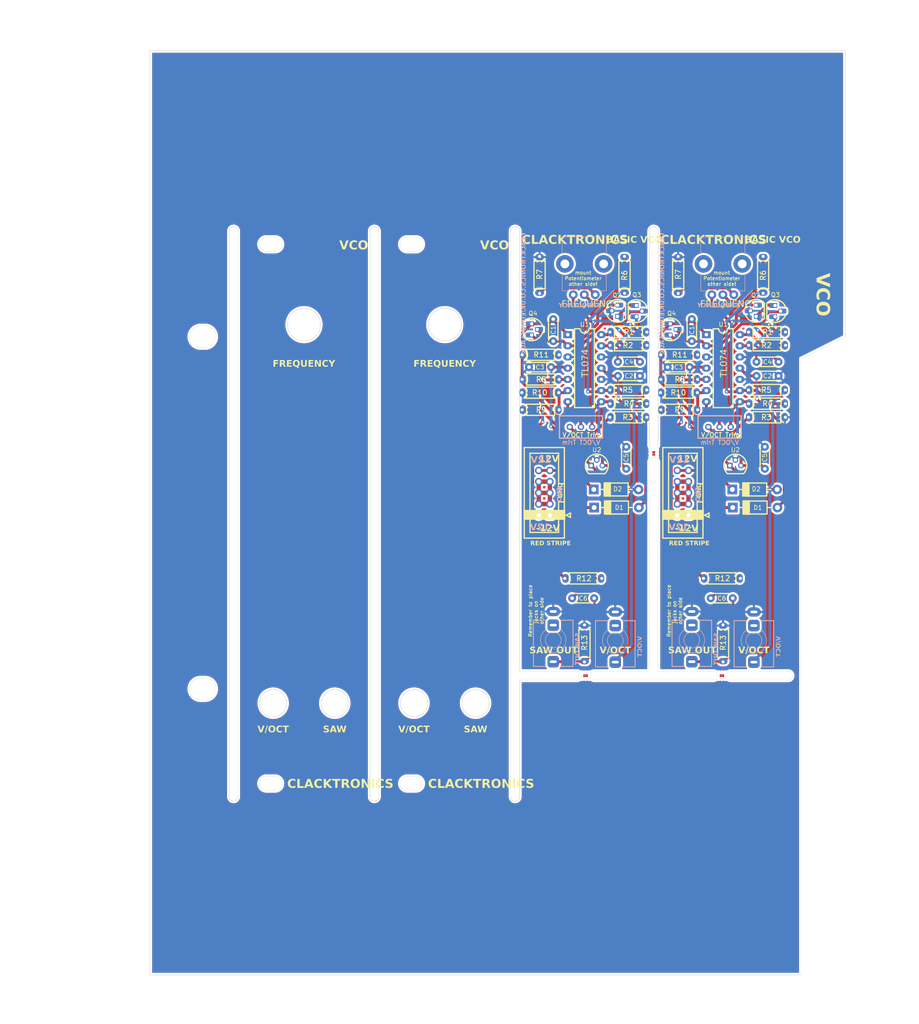
<source format=kicad_pcb>
(kicad_pcb (version 20221018) (generator pcbnew)
  (layers (0 "F.Cu" signal) (31 "B.Cu" signal) (34 "B.Paste" user) (35 "F.Paste" user) (36 "B.SilkS" user "B.Silkscreen") (37 "F.SilkS" user "F.Silkscreen") (38 "B.Mask" user) (39 "F.Mask" user) (44 "Edge.Cuts" user))
  (net 0 "")
  (net 1 "-12V")
  (net 2 "GND")
  (net 3 "+12V")
  (net 4 "Net-(D1-K)")
  (net 5 "Net-(D2-K)")
  (net 6 "Net-(Q3-C)")
  (net 7 "Net-(C4-Pad2)")
  (net 8 "+5V")
  (net 9 "Net-(J1-Pin_3)")
  (net 10 "Net-(C6-Pad1)")
  (net 11 "Net-(J3-PadT)")
  (net 12 "Net-(C6-Pad2)")
  (net 13 "Net-(U1B--)")
  (net 14 "Net-(Q2-E)")
  (net 15 "Net-(Q3-B)")
  (net 16 "Net-(R3-Pad2)")
  (net 17 "Net-(R4-Pad1)")
  (net 18 "Net-(U1C--)")
  (net 19 "Net-(R6-Pad1)")
  (net 20 "Net-(R7-Pad1)")
  (net 21 "Net-(R11-Pad1)")
  (net 22 "Net-(Q2-C)")
  (net 23 "Net-(Q4-D)")
  (net 24 "Net-(Q4-G)")
  (footprint "Clacktronics:R_Axial_DIN0204_L3.6mm_D1.6mm_P7.62mm_Horizontal" (layer "F.Cu") (at 238.5465 123.2)
    (fp_text reference "R4")
    (fp_text value "2k")
  )
  (footprint "Clacktronics:D_TH_DO-41_P10.16mm" (layer "F.Cu") (at 266.45 146.8)
    (fp_text reference "D1")
    (fp_text value "D")
  )
  (footprint "Clacktronics:C_TH_Disc_P5.00mm" (layer "F.Cu") (at 257.15 109 90)
    (fp_text reference "C1")
    (fp_text value "1u")
  )
  (footprint "Clacktronics:C_TH_Disc_P5.00mm" (layer "F.Cu") (at 271.85 113.7)
    (fp_text reference "C4")
    (fp_text value "100p")
  )
  (footprint "Clacktronics:R_Axial_DIN0204_L3.6mm_D1.6mm_P7.62mm_Horizontal" (layer "F.Cu") (at 228.2965 162.9)
    (fp_text reference "R12")
    (fp_text value "1k")
  )
  (footprint "Clacktronics:R_Axial_DIN0204_L3.6mm_D1.6mm_P7.62mm_Horizontal" (layer "F.Cu") (at 278.4035 120.1 180)
    (fp_text reference "R5")
    (fp_text value "100k")
  )
  (footprint "Package_TO_SOT_THT:TO-92_HandSolder" (layer "F.Cu") (at 240.25 103.37 90)
    (fp_text reference "Q2")
    (fp_text value "2N3904")
  )
  (footprint "Clacktronics:DIP-14_W7.62mm_LongPads" (layer "F.Cu") (at 260.45 107.525)
    (fp_text reference "U1")
    (fp_text value "TL074")
  )
  (footprint "Clacktronics:R_Axial_DIN0204_L3.6mm_D1.6mm_P7.62mm_Horizontal" (layer "F.Cu") (at 226.9035 120.7 180)
    (fp_text reference "R10")
    (fp_text value "100k")
  )
  (footprint "Clacktronics:C_TH_Disc_P5.00mm" (layer "F.Cu") (at 251.65 114.9)
    (fp_text reference "C3")
    (fp_text value "100n")
  )
  (footprint "Package_TO_SOT_THT:TO-92_HandSolder" (layer "F.Cu") (at 244.55 100.9 -90)
    (fp_text reference "Q3")
    (fp_text value "2N3904")
  )
  (footprint "Clacktronics:R_Axial_DIN0204_L3.6mm_D1.6mm_P7.62mm_Horizontal" (layer "F.Cu") (at 238.5465 106.95)
    (fp_text reference "R1")
    (fp_text value "10k")
  )
  (footprint "Clacktronics:R_Axial_DIN0204_L3.6mm_D1.6mm_P7.62mm_Horizontal" (layer "F.Cu") (at 218.5965 124.6)
    (fp_text reference "R9")
    (fp_text value "100k")
  )
  (footprint "Clacktronics:R_Axial_DIN0204_L3.6mm_D1.6mm_P7.62mm_Horizontal" (layer "F.Cu") (at 218.6 117.7)
    (fp_text reference "R8")
    (fp_text value "1M")
  )
  (footprint "Clacktronics:R_Axial_DIN0204_L3.6mm_D1.6mm_P7.62mm_Horizontal" (layer "F.Cu") (at 259.7965 162.9)
    (fp_text reference "R12")
    (fp_text value "1k")
  )
  (footprint "Panelization:mouse-bite-2mm-slot" (layer "F.Cu") (at 264 185)
    (fp_text reference "mouse-bite-2mm-slot" hide)
    (fp_text value "VAL**" hide)
  )
  (footprint "Clacktronics:R_Axial_DIN0204_L3.6mm_D1.6mm_P7.62mm_Horizontal" (layer "F.Cu") (at 232.75 181.8535 90)
    (fp_text reference "R13")
    (fp_text value "1M")
  )
  (footprint "Package_TO_SOT_THT:TO-92" (layer "F.Cu") (at 234.28 137.26)
    (fp_text reference "U2")
    (fp_text value "L7805")
  )
  (footprint "Clacktronics:R_Axial_DIN0204_L3.6mm_D1.6mm_P7.62mm_Horizontal" (layer "F.Cu") (at 250.1 117.7)
    (fp_text reference "R8")
    (fp_text value "1M")
  )
  (footprint "Panelization:mouse-bite-2mm-slot" (layer "F.Cu") (at 248.5 134.5 90)
    (fp_text reference "mouse-bite-2mm-slot" hide)
    (fp_text value "VAL**" hide)
  )
  (footprint "Package_TO_SOT_THT:TO-92L_HandSolder" (layer "F.Cu") (at 220.75 105.06 -90)
    (fp_text reference "Q4")
    (fp_text value "J113")
  )
  (footprint "Clacktronics:R_Axial_DIN0204_L3.6mm_D1.6mm_P7.62mm_Horizontal" (layer "F.Cu") (at 218.5965 112.1)
    (fp_text reference "R11")
    (fp_text value "20k")
  )
  (footprint "Clacktronics:R_Axial_DIN0204_L3.6mm_D1.6mm_P7.62mm_Horizontal" (layer "F.Cu") (at 250.0965 124.6)
    (fp_text reference "R9")
    (fp_text value "100k")
  )
  (footprint "Clacktronics:R_Axial_DIN0204_L3.6mm_D1.6mm_P7.62mm_Horizontal" (layer "F.Cu") (at 273.35 89.7465 -90)
    (fp_text reference "R6")
    (fp_text value "100k")
  )
  (footprint "Clacktronics:R_Axial_DIN0204_L3.6mm_D1.6mm_P7.62mm_Horizontal" (layer "F.Cu") (at 254.05 98.1535 90)
    (fp_text reference "R7")
    (fp_text value "2k")
  )
  (footprint "Clacktronics:R_Axial_DIN0204_L3.6mm_D1.6mm_P7.62mm_Horizontal" (layer "F.Cu") (at 278.4035 126.3 180)
    (fp_text reference "R3")
    (fp_text value "1M")
  )
  (footprint "Connector_IDC:IDC-Header_2x05_P2.54mm_Vertical" (layer "F.Cu") (at 224.89 148.54 180)
    (fp_text reference "J1" hide)
    (fp_text value "Conn_02x05_Odd_Even")
  )
  (footprint "Clacktronics:D_TH_DO-41_P10.16mm" (layer "F.Cu") (at 234.95 146.8)
    (fp_text reference "D1")
    (fp_text value "D")
  )
  (footprint "Clacktronics:D_TH_DO-41_P10.16mm" (layer "F.Cu") (at 266.37 142.7)
    (fp_text reference "D2")
    (fp_text value "D")
  )
  (footprint "Clacktronics:C_TH_Disc_P5.00mm" (layer "F.Cu") (at 229.95 167.4)
    (fp_text reference "C6")
    (fp_text value "1u")
  )
  (footprint "Package_TO_SOT_THT:TO-92" (layer "F.Cu") (at 265.78 137.26)
    (fp_text reference "U2")
    (fp_text value "L7805")
  )
  (footprint "Clacktronics:D_TH_DO-41_P10.16mm" (layer "F.Cu") (at 234.87 142.7)
    (fp_text reference "D2")
    (fp_text value "D")
  )
  (footprint "Clacktronics:C_TH_Disc_P5.00mm" (layer "F.Cu") (at 220.15 114.9)
    (fp_text reference "C3")
    (fp_text value "100n")
  )
  (footprint "Clacktronics:C_TH_Disc_P5.00mm" (layer "F.Cu") (at 225.65 109 90)
    (fp_text reference "C1")
    (fp_text value "1u")
  )
  (footprint "Clacktronics:C_TH_Disc_P5.00mm" (layer "F.Cu") (at 261.45 167.4)
    (fp_text reference "C6")
    (fp_text value "1u")
  )
  (footprint "Clacktronics:R_Axial_DIN0204_L3.6mm_D1.6mm_P7.62mm_Horizontal" (layer "F.Cu") (at 270.0465 106.95)
    (fp_text reference "R1")
    (fp_text value "10k")
  )
  (footprint "Clacktronics:R_Axial_DIN0204_L3.6mm_D1.6mm_P7.62mm_Horizontal" (layer "F.Cu") (at 246.95 109.95 180)
    (fp_text reference "R2")
    (fp_text value "1M")
  )
  (footprint "Package_TO_SOT_THT:TO-92_HandSolder" (layer "F.Cu") (at 271.75 103.37 90)
    (fp_text reference "Q2")
    (fp_text value "2N3904")
  )
  (footprint "Clacktronics:R_Axial_DIN0204_L3.6mm_D1.6mm_P7.62mm_Horizontal" (layer "F.Cu") (at 246.9035 126.3 180)
    (fp_text reference "R3")
    (fp_text value "1M")
  )
  (footprint "Clacktronics:C_TH_Disc_P5.00mm" (layer "F.Cu") (at 273.75 133 -90)
    (fp_text reference "C5")
    (fp_text value "100n")
  )
  (footprint "Clacktronics:R_Axial_DIN0204_L3.6mm_D1.6mm_P7.62mm_Horizontal" (layer "F.Cu") (at 270.0465 123.2)
    (fp_text reference "R4")
    (fp_text value "2k")
  )
  (footprint "Clacktronics:C_TH_Disc_P5.00mm" (layer "F.Cu") (at 240.35 113.7)
    (fp_text reference "C4")
    (fp_text value "100p")
  )
  (footprint "Package_TO_SOT_THT:TO-92L_HandSolder" (layer "F.Cu") (at 252.25 105.06 -90)
    (fp_text reference "Q4")
    (fp_text value "J113")
  )
  (footprint "Clacktronics:C_TH_Disc_P5.00mm" (layer "F.Cu") (at 271.85 116.9)
    (fp_text reference "C2")
    (fp_text value "100n")
  )
  (footprint "Panelization:mouse-bite-2mm-slot" (layer "F.Cu") (at 233 185)
    (fp_text reference "mouse-bite-2mm-slot" hide)
    (fp_text value "VAL**" hide)
  )
  (footprint "Clacktronics:R_Axial_DIN0204_L3.6mm_D1.6mm_P7.62mm_Horizontal" (layer "F.Cu") (at 246.9035 120.1 180)
    (fp_text reference "R5")
    (fp_text value "100k")
  )
  (footprint "Clacktronics:R_Axial_DIN0204_L3.6mm_D1.6mm_P7.62mm_Horizontal" (layer "F.Cu") (at 278.45 109.95 180)
    (fp_text reference "R2")
    (fp_text value "1M")
  )
  (footprint "Connector_IDC:IDC-Header_2x05_P2.54mm_Vertical" (layer "F.Cu") (at 256.39 148.54 180)
    (fp_text reference "J1" hide)
    (fp_text value "Conn_02x05_Odd_Even")
  )
  (footprint "Clacktronics:C_TH_Disc_P5.00mm" (layer "F.Cu") (at 240.35 116.9)
    (fp_text reference "C2")
    (fp_text value "100n")
  )
  (footprint "Package_TO_SOT_THT:TO-92_HandSolder" (layer "F.Cu") (at 276.05 100.9 -90)
    (fp_text reference "Q3")
    (fp_text value "2N3904")
  )
  (footprint "Clacktronics:R_Axial_DIN0204_L3.6mm_D1.6mm_P7.62mm_Horizontal" (layer "F.Cu") (at 241.85 89.7465 -90)
    (fp_text reference "R6")
    (fp_text value "100k")
  )
  (footprint "Clacktronics:R_Axial_DIN0204_L3.6mm_D1.6mm_P7.62mm_Horizontal" (layer "F.Cu") (at 222.55 98.1535 90)
    (fp_text reference "R7")
    (fp_text value "2k")
  )
  (footprint "Clacktronics:R_Axial_DIN0204_L3.6mm_D1.6mm_P7.62mm_Horizontal" (layer "F.Cu") (at 250.0965 112.1)
    (fp_text reference "R11")
    (fp_text value "20k")
  )
  (footprint "Clacktronics:C_TH_Disc_P5.00mm" (layer "F.Cu") (at 242.25 133 -90)
    (fp_text reference "C5")
    (fp_text value "100n")
  )
  (footprint "Clacktronics:R_Axial_DIN0204_L3.6mm_D1.6mm_P7.62mm_Horizontal" (layer "F.Cu") (at 264.25 181.8535 90)
    (fp_text reference "R13")
    (fp_text value "1M")
  )
  (footprint "Clacktronics:DIP-14_W7.62mm_LongPads" (layer "F.Cu") (at 228.95 107.525)
    (fp_text reference "U1")
    (fp_text value "TL074")
  )
  (footprint "Clacktronics:R_Axial_DIN0204_L3.6mm_D1.6mm_P7.62mm_Horizontal" (layer "F.Cu") (at 258.4035 120.7 180)
    (fp_text reference "R10")
    (fp_text value "100k")
  )
  (footprint "Clacktronics:POT_TH_Alps_RK09K_Single_Vertical" (layer "B.Cu") (at 232.7 90.95 180)
    (fp_text reference "RV2" hide)
    (fp_text value "10k")
  )
  (footprint "AudioJacks:Jack_3.5mm_QingPu_WQP-PJ366ST_Vertical" (layer "B.Cu") (at 271.25 177)
    (fp_text reference "J3" hide)
    (fp_text value "V/OCT")
  )
  (footprint "Clacktronics:POT_TH_Alps_RK09K_Single_Vertical" (layer "B.Cu") (at 264.2 90.95 180)
    (fp_text reference "RV2" hide)
    (fp_text value "10k")
  )
  (footprint "Potentiometer_THT:Potentiometer_Bourns_3296W_Vertical" (layer "B.Cu") (at 265.99 128.5)
    (fp_text reference "RV1" hide)
    (fp_text value "100Ω")
  )
  (footprint "Potentiometer_THT:Potentiometer_Bourns_3296W_Vertical" (layer "B.Cu") (at 234.49 128.5)
    (fp_text reference "RV1" hide)
    (fp_text value "100Ω")
  )
  (footprint "AudioJacks:Jack_3.5mm_QingPu_WQP-PJ366ST_Vertical" (layer "B.Cu") (at 257.15 176.9)
    (fp_text reference "J2" hide)
    (fp_text value "SAW OUT")
  )
  (footprint "AudioJacks:Jack_3.5mm_QingPu_WQP-PJ366ST_Vertical" (layer "B.Cu") (at 239.75 177)
    (fp_text reference "J3" hide)
    (fp_text value "V/OCT")
  )
  (footprint "AudioJacks:Jack_3.5mm_QingPu_WQP-PJ366ST_Vertical" (layer "B.Cu") (at 225.65 176.9)
    (fp_text reference "J2" hide)
    (fp_text value "SAW OUT")
  )
  (gr_rect (start 218.8875 147.335) (end 228.3875 149.585) (fill solid) (layer "F.SilkS"))
  (gr_rect (start 250.3875 147.335) (end 259.8875 149.585) (fill solid) (layer "F.SilkS"))
  (gr_line (start 247.5 136.5) (end 247.5 184) (stroke (width 0.05)) (layer "Edge.Cuts"))
  (gr_arc (start 247.5 136.5) (mid 248.5 135.5) (end 249.5 136.5) (stroke (width 0.05)) (layer "Edge.Cuts"))
  (gr_line (start 282 43) (end 292 43) (stroke (width 0.1)) (layer "Edge.Cuts"))
  (gr_arc (start 162.45 207.9) (mid 164.05 209.5) (end 162.45 211.1) (stroke (width 0.05)) (layer "Edge.Cuts"))
  (gr_line (start 160.45 88.6) (end 162.45 88.6) (stroke (width 0.05)) (layer "Edge.Cuts"))
  (gr_circle (center 208 191.25) (end 211.1 191.25) (stroke (width 0.1)) (fill none) (layer "Edge.Cuts"))
  (gr_arc (start 218 212.5) (mid 217 213.5) (end 216 212.5) (stroke (width 0.1)) (layer "Edge.Cuts"))
  (gr_line (start 218 186) (end 218 212.5) (stroke (width 0.1)) (layer "Edge.Cuts"))
  (gr_arc (start 235 186) (mid 234 185) (end 235 184) (stroke (width 0.05)) (layer "Edge.Cuts"))
  (gr_line (start 145.5 190.5) (end 146.5 190.5) (stroke (width 0.05)) (layer "Edge.Cuts"))
  (gr_line (start 154 212.5) (end 154 84) (stroke (width 0.05)) (layer "Edge.Cuts"))
  (gr_line (start 162.45 85.4) (end 160.45 85.4) (stroke (width 0.05)) (layer "Edge.Cuts"))
  (gr_arc (start 146.5 105.5) (mid 149 108) (end 146.5 110.5) (stroke (width 0.05)) (layer "Edge.Cuts"))
  (gr_arc (start 247.5 84) (mid 248.5 83) (end 249.5 84) (stroke (width 0.1)) (layer "Edge.Cuts"))
  (gr_arc (start 262 184) (mid 263 185) (end 262 186) (stroke (width 0.05)) (layer "Edge.Cuts"))
  (gr_arc (start 145.5 190.5) (mid 143 188) (end 145.5 185.5) (stroke (width 0.05)) (layer "Edge.Cuts"))
  (gr_line (start 194.45 207.9) (end 192.45 207.9) (stroke (width 0.05)) (layer "Edge.Cuts"))
  (gr_arc (start 145.5 110.5) (mid 143 108) (end 145.5 105.5) (stroke (width 0.05)) (layer "Edge.Cuts"))
  (gr_arc (start 154 212.5) (mid 153 213.5) (end 152 212.5) (stroke (width 0.1)) (layer "Edge.Cuts"))
  (gr_line (start 266 184) (end 279 184) (stroke (width 0.05)) (layer "Edge.Cuts"))
  (gr_arc (start 249.5 132.5) (mid 248.5 133.5) (end 247.5 132.5) (stroke (width 0.05)) (layer "Edge.Cuts"))
  (gr_line (start 162.45 207.9) (end 160.45 207.9) (stroke (width 0.05)) (layer "Edge.Cuts"))
  (gr_line (start 145.5 185.5) (end 146.5 185.5) (stroke (width 0.05)) (layer "Edge.Cuts"))
  (gr_circle (center 169 105.25) (end 172.75 105.25) (stroke (width 0.1)) (fill none) (layer "Edge.Cuts"))
  (gr_line (start 134 43) (end 134 253) (stroke (width 0.1)) (layer "Edge.Cuts"))
  (gr_arc (start 186 212.5) (mid 185 213.5) (end 184 212.5) (stroke (width 0.1)) (layer "Edge.Cuts"))
  (gr_arc (start 160.45 88.6) (mid 158.85 87) (end 160.45 85.4) (stroke (width 0.05)) (layer "Edge.Cuts"))
  (gr_line (start 192.45 88.6) (end 194.45 88.6) (stroke (width 0.05)) (layer "Edge.Cuts"))
  (gr_arc (start 231 184) (mid 232 185) (end 231 186) (stroke (width 0.05)) (layer "Edge.Cuts"))
  (gr_line (start 231 186) (end 218 186) (stroke (width 0.05)) (layer "Edge.Cuts"))
  (gr_arc (start 194.45 207.9) (mid 196.05 209.5) (end 194.45 211.1) (stroke (width 0.05)) (layer "Edge.Cuts"))
  (gr_line (start 216 84) (end 216 212.5) (stroke (width 0.05)) (layer "Edge.Cuts"))
  (gr_line (start 152 212.5) (end 152 84) (stroke (width 0.1)) (layer "Edge.Cuts"))
  (gr_line (start 247.5 132.5) (end 247.5 84) (stroke (width 0.1)) (layer "Edge.Cuts"))
  (gr_arc (start 279 184) (mid 280 185) (end 279 186) (stroke (width 0.05)) (layer "Edge.Cuts"))
  (gr_line (start 192.45 211.1) (end 194.45 211.1) (stroke (width 0.05)) (layer "Edge.Cuts"))
  (gr_line (start 145.5 105.5) (end 146.5 105.5) (stroke (width 0.05)) (layer "Edge.Cuts"))
  (gr_circle (center 162 191.25) (end 165.1 191.25) (stroke (width 0.1)) (fill none) (layer "Edge.Cuts"))
  (gr_arc (start 192.45 211.1) (mid 190.85 209.5) (end 192.45 207.9) (stroke (width 0.05)) (layer "Edge.Cuts"))
  (gr_arc (start 146.5 185.5) (mid 149 188) (end 146.5 190.5) (stroke (width 0.05)) (layer "Edge.Cuts"))
  (gr_line (start 186 212.5) (end 186 84) (stroke (width 0.05)) (layer "Edge.Cuts"))
  (gr_line (start 235 186) (end 262 186) (stroke (width 0.05)) (layer "Edge.Cuts"))
  (gr_circle (center 201 105.25) (end 204.75 105.25) (stroke (width 0.1)) (fill none) (layer "Edge.Cuts"))
  (gr_line (start 235 184) (end 247.5 184) (stroke (width 0.05)) (layer "Edge.Cuts"))
  (gr_arc (start 216 84) (mid 217 83) (end 218 84) (stroke (width 0.1)) (layer "Edge.Cuts"))
  (gr_arc (start 266 186) (mid 265 185) (end 266 184) (stroke (width 0.05)) (layer "Edge.Cuts"))
  (gr_line (start 184 212.5) (end 184 84) (stroke (width 0.1)) (layer "Edge.Cuts"))
  (gr_line (start 145.5 110.5) (end 146.5 110.5) (stroke (width 0.05)) (layer "Edge.Cuts"))
  (gr_line (start 292 43) (end 292 108) (stroke (width 0.1)) (layer "Edge.Cuts"))
  (gr_line (start 249.5 84) (end 249.5 132.5) (stroke (width 0.1)) (layer "Edge.Cuts"))
  (gr_arc (start 184 84) (mid 185 83) (end 186 84) (stroke (width 0.1)) (layer "Edge.Cuts"))
  (gr_line (start 279 186) (end 266 186) (stroke (width 0.05)) (layer "Edge.Cuts"))
  (gr_line (start 134 253) (end 282 253) (stroke (width 0.1)) (layer "Edge.Cuts"))
  (gr_line (start 249.5 136.5) (end 249.5 184) (stroke (width 0.05)) (layer "Edge.Cuts"))
  (gr_line (start 218 84) (end 218 184) (stroke (width 0.1)) (layer "Edge.Cuts"))
  (gr_line (start 194.45 85.4) (end 192.45 85.4) (stroke (width 0.05)) (layer "Edge.Cuts"))
  (gr_line (start 282 113) (end 292 108) (stroke (width 0.05)) (layer "Edge.Cuts"))
  (gr_arc (start 152 84) (mid 153 83) (end 154 84) (stroke (width 0.1)) (layer "Edge.Cuts"))
  (gr_line (start 160.45 211.1) (end 162.45 211.1) (stroke (width 0.05)) (layer "Edge.Cuts"))
  (gr_line (start 282 253) (end 282 113) (stroke (width 0.05)) (layer "Edge.Cuts"))
  (gr_arc (start 162.45 85.4) (mid 164.05 87) (end 162.45 88.6) (stroke (width 0.05)) (layer "Edge.Cuts"))
  (gr_line (start 262 184) (end 249.5 184) (stroke (width 0.05)) (layer "Edge.Cuts"))
  (gr_circle (center 176 191.25) (end 179.1 191.25) (stroke (width 0.1)) (fill none) (layer "Edge.Cuts"))
  (gr_arc (start 194.45 85.4) (mid 196.05 87) (end 194.45 88.6) (stroke (width 0.05)) (layer "Edge.Cuts"))
  (gr_line (start 282 43) (end 134 43) (stroke (width 0.1)) (layer "Edge.Cuts"))
  (gr_line (start 218 184) (end 231 184) (stroke (width 0.05)) (layer "Edge.Cuts"))
  (gr_arc (start 160.45 211.1) (mid 158.85 209.5) (end 160.45 207.9) (stroke (width 0.05)) (layer "Edge.Cuts"))
  (gr_circle (center 194 191.25) (end 197.1 191.25) (stroke (width 0.1)) (fill none) (layer "Edge.Cuts"))
  (gr_arc (start 192.45 88.6) (mid 190.85 87) (end 192.45 85.4) (stroke (width 0.05)) (layer "Edge.Cuts"))
  (gr_text "FREQUENCY" (at 267.85 101.5) (layer "B.SilkS") (effects (font (size 1 1)) (justify left bottom mirror)))
  (gr_text "12V" (at 225.05 136.9) (layer "B.SilkS") (effects (font (size 1.5 1.5)) (justify left bottom mirror)))
  (gr_text "GND" (at 259.15 142 90) (layer "B.SilkS") (effects (font (size 1 1)) (justify left bottom mirror)))
  (gr_text "SAW OUT" (at 263.3 175.25 90) (layer "B.SilkS") (effects (font (size 1 1)) (justify left bottom mirror)))
  (gr_text "-12V\n" (at 257.25 152.2) (layer "B.SilkS") (effects (font (size 1.5 1.5)) (justify left bottom mirror)))
  (gr_text "V/OCT Trim" (at 267.95 132.6) (layer "B.SilkS") (effects (font (size 1 1) (thickness 0.2) bold) (justify left bottom mirror)))
  (gr_text "FREQUENCY" (at 236.35 101.5) (layer "B.SilkS") (effects (font (size 1 1)) (justify left bottom mirror)))
  (gr_text "CLACKTRONICS.CO.UK/EUROCLACK" (at 251.05 84.4 90) (layer "B.SilkS") (effects (font (size 1 1)) (justify left bottom mirror)))
  (gr_text "12V" (at 256.55 136.9) (layer "B.SilkS") (effects (font (size 1.5 1.5)) (justify left bottom mirror)))
  (gr_text "V/OCT" (at 245.95 176 90) (layer "B.SilkS") (effects (font (size 1 1)) (justify left bottom mirror)))
  (gr_text "GND" (at 227.65 142 90) (layer "B.SilkS") (effects (font (size 1 1)) (justify left bottom mirror)))
  (gr_text "-12V\n" (at 225.75 152.2) (layer "B.SilkS") (effects (font (size 1.5 1.5)) (justify left bottom mirror)))
  (gr_text "V/OCT Trim" (at 236.45 132.6) (layer "B.SilkS") (effects (font (size 1 1) (thickness 0.2) bold) (justify left bottom mirror)))
  (gr_text "V/OCT" (at 277.45 176 90) (layer "B.SilkS") (effects (font (size 1 1)) (justify left bottom mirror)))
  (gr_text "SAW OUT" (at 231.8 175.25 90) (layer "B.SilkS") (effects (font (size 1 1)) (justify left bottom mirror)))
  (gr_text "CLACKTRONICS.CO.UK/EUROCLACK" (at 219.55 84.4 90) (layer "B.SilkS") (effects (font (size 1 1)) (justify left bottom mirror)))
  (gr_text "FREQUENCY" (at 259.05 101.5) (layer "F.SilkS") (effects (font (size 1.5 1.5)) (justify left bottom)))
  (gr_text "TL074" (at 265.35 117.25 90) (layer "F.SilkS") (effects (font (size 1.5 1.5)) (justify left bottom)))
  (gr_text "GND" (at 259.39 144.64 90) (layer "F.SilkS") (effects (font (size 1 1)) (justify left bottom)))
  (gr_text "V/OCT" (at 194 197.25) (layer "F.SilkS") (effects (font (size 1.5 1.5))))
  (gr_text "mount\nPotentiometer\nother side!" (at 232.45 96.5) (layer "F.SilkS") (effects (font (size 0.8 0.8)) (justify bottom)))
  (gr_text "mount\nPotentiometer\nother side!" (at 263.95 96.5) (layer "F.SilkS") (effects (font (size 0.8 0.8)) (justify bottom)))
  (gr_text "RED STRIPE" (at 251.94 155.54) (layer "F.SilkS") (effects (font (size 1 1)) (justify left bottom)))
  (gr_text "VCO" (at 209 88.5) (layer "F.SilkS") (effects (font (size 2 2)) (justify left bottom)))
  (gr_text "CLACKTRONICS" (at 218.5 87.25) (layer "F.SilkS") (effects (font (size 2 2)) (justify left bottom)))
  (gr_text "SAW" (at 208 197.25) (layer "F.SilkS") (effects (font (size 1.5 1.5))))
  (gr_text "12V" (at 253.89 136.69) (layer "F.SilkS") (effects (font (size 1.5 1.5)) (justify left bottom)))
  (gr_text "V/OCT" (at 271.25 179.3) (layer "F.SilkS") (effects (font (size 1.5 1.5))))
  (gr_text "RED STRIPE" (at 220.44 155.54) (layer "F.SilkS") (effects (font (size 1 1)) (justify left bottom)))
  (gr_text "SAW OUT" (at 257.25 179.3) (layer "F.SilkS") (effects (font (size 1.5 1.5))))
  (gr_text "V/OCT" (at 162 197.25) (layer "F.SilkS") (effects (font (size 1.5 1.5))))
  (gr_text "12V" (at 222.39 136.69) (layer "F.SilkS") (effects (font (size 1.5 1.5)) (justify left bottom)))
  (gr_text "CLACKTRONICS" (at 250 87.25) (layer "F.SilkS") (effects (font (size 2 2)) (justify left bottom)))
  (gr_text "VCO" (at 285 93.5 270) (layer "F.SilkS") (effects (font (size 3 3) (thickness 0.2) bold) (justify left bottom)))
  (gr_text "BASIC VCO" (at 269.15 86.9) (layer "F.SilkS") (effects (font (size 1.5 1.5)) (justify left bottom)))
  (gr_text "V/OCT Trim" (at 227.65 130.9) (layer "F.SilkS") (effects (font (size 1 1) (thickness 0.2) bold) (justify left bottom)))
  (gr_text "V/OCT" (at 239.75 179.3) (layer "F.SilkS") (effects (font (size 1.5 1.5))))
  (gr_text "FREQUENCY" (at 168.99 114.19) (layer "F.SilkS") (effects (font (size 1.5 1.5))))
  (gr_text "-12V\n" (at 221.74 152.44) (layer "F.SilkS") (effects (font (size 1.5 1.5)) (justify left bottom)))
  (gr_text "BASIC VCO" (at 237.65 86.9) (layer "F.SilkS") (effects (font (size 1.5 1.5)) (justify left bottom)))
  (gr_text "V/OCT Trim" (at 259.15 130.9) (layer "F.SilkS") (effects (font (size 1 1) (thickness 0.2) bold) (justify left bottom)))
  (gr_text "FREQUENCY" (at 227.55 101.5) (layer "F.SilkS") (effects (font (size 1.5 1.5)) (justify left bottom)))
  (gr_text "VCO" (at 177 88.5) (layer "F.SilkS") (effects (font (size 2 2)) (justify left bottom)))
  (gr_text "Remember to place\njacks on \nother side" (at 255 170.25 90) (layer "F.SilkS") (effects (font (size 0.8 0.8)) (justify bottom)))
  (gr_text "SAW" (at 176 197.25) (layer "F.SilkS") (effects (font (size 1.5 1.5))))
  (gr_text "GND" (at 227.89 144.64 90) (layer "F.SilkS") (effects (font (size 1 1)) (justify left bottom)))
  (gr_text "TL074" (at 233.85 117.25 90) (layer "F.SilkS") (effects (font (size 1.5 1.5)) (justify left bottom)))
  (gr_text "SAW OUT" (at 225.75 179.3) (layer "F.SilkS") (effects (font (size 1.5 1.5))))
  (gr_text "CLACKTRONICS" (at 165.18 210.83) (layer "F.SilkS") (effects (font (size 2 2) (thickness 0.2) bold) (justify left bottom)))
  (gr_text "FREQUENCY" (at 200.99 114.19) (layer "F.SilkS") (effects (font (size 1.5 1.5))))
  (gr_text "-12V\n" (at 253.24 152.44) (layer "F.SilkS") (effects (font (size 1.5 1.5)) (justify left bottom)))
  (gr_text "Remember to place\njacks on \nother side" (at 223.5 170.25 90) (layer "F.SilkS") (effects (font (size 0.8 0.8)) (justify bottom)))
  (gr_text "CLACKTRONICS" (at 197.18 210.83) (layer "F.SilkS") (effects (font (size 2 2) (thickness 0.2) bold) (justify left bottom)))
  (segment (start 233.05 101.4) (end 232.35 101.4) (width 0.66) (layer "F.Cu") (net 0))
  (segment (start 264.55 101.4) (end 263.85 101.4) (width 0.66) (layer "F.Cu") (net 0))
  (segment (start 263.85 101.4) (end 263.55 101.1) (width 0.66) (layer "F.Cu") (net 0))
  (segment (start 232.35 101.4) (end 232.05 101.1) (width 0.66) (layer "F.Cu") (net 0))
  (segment (start 240.35 116.9) (end 238.325 116.9) (width 0.66) (layer "F.Cu") (net 1))
  (segment (start 271.85 116.9) (end 269.825 116.9) (width 0.66) (layer "F.Cu") (net 1))
  (segment (start 246.66 128.41) (end 240.45 122.2) (width 0.66) (layer "F.Cu") (net 1))
  (segment (start 278.16 128.41) (end 271.95 122.2) (width 0.66) (layer "F.Cu") (net 1))
  (segment (start 276.61 146.8) (end 278.16 145.25) (width 0.66) (layer "F.Cu") (net 1))
  (segment (start 269.825 116.9) (end 268.07 115.145) (width 0.66) (layer "F.Cu") (net 1))
  (segment (start 245.11 146.8) (end 246.66 145.25) (width 0.66) (layer "F.Cu") (net 1))
  (segment (start 246.66 145.25) (end 246.66 128.41) (width 0.66) (layer "F.Cu") (net 1))
  (segment (start 238.325 116.9) (end 236.57 115.145) (width 0.66) (layer "F.Cu") (net 1))
  (segment (start 278.16 145.25) (end 278.16 128.41) (width 0.66) (layer "F.Cu") (net 1))
  (via (at 271.95 122.2) (size 0.8) (drill 0.4) (layers "F.Cu" "B.Cu") (net 1))
  (via (at 240.45 122.2) (size 0.8) (drill 0.4) (layers "F.Cu" "B.Cu") (net 1))
  (segment (start 271.95 117) (end 271.85 116.9) (width 0.66) (layer "B.Cu") (net 1))
  (segment (start 240.45 117) (end 240.35 116.9) (width 0.66) (layer "B.Cu") (net 1))
  (segment (start 240.45 122.2) (end 240.45 117) (width 0.66) (layer "B.Cu") (net 1))
  (segment (start 271.95 122.2) (end 271.95 117) (width 0.66) (layer "B.Cu") (net 1))
  (segment (start 228.705 114.9) (end 228.95 115.145) (width 0.66) (layer "F.Cu") (net 3))
  (segment (start 225.15 114.9) (end 228.705 114.9) (width 0.66) (layer "F.Cu") (net 3))
  (segment (start 225.42 128.4) (end 225.15 128.4) (width 0.66) (layer "F.Cu") (net 3))
  (segment (start 265.78 137.26) (end 256.92 128.4) (width 0.66) (layer "F.Cu") (net 3))
  (segment (start 260.205 114.9) (end 260.45 115.145) (width 0.66) (layer "F.Cu") (net 3))
  (segment (start 256.65 114.9) (end 260.205 114.9) (width 0.66) (layer "F.Cu") (net 3))
  (segment (start 256.655 115.145) (end 256.65 115.15) (width 0.66) (layer "F.Cu") (net 3))
  (segment (start 276.53 142.7) (end 271.22 142.7) (width 0.66) (layer "F.Cu") (net 3))
  (segment (start 245.03 142.7) (end 239.72 142.7) (width 0.66) (layer "F.Cu") (net 3))
  (segment (start 234.28 137.26) (end 225.42 128.4) (width 0.66) (layer "F.Cu") (net 3))
  (segment (start 256.92 128.4) (end 256.65 128.4) (width 0.66) (layer "F.Cu") (net 3))
  (segment (start 239.72 142.7) (end 234.28 137.26) (width 0.66) (layer "F.Cu") (net 3))
  (segment (start 271.22 142.7) (end 265.78 137.26) (width 0.66) (layer "F.Cu") (net 3))
  (segment (start 225.155 115.145) (end 225.15 115.15) (width 0.66) (layer "F.Cu") (net 3))
  (via (at 256.65 128.4) (size 0.8) (drill 0.4) (layers "F.Cu" "B.Cu") (net 3))
  (via (at 225.15 128.4) (size 0.8) (drill 0.4) (layers "F.Cu" "B.Cu") (net 3))
  (segment (start 225.15 128.4) (end 225.15 115.15) (width 0.66) (layer "B.Cu") (net 3))
  (segment (start 256.65 128.4) (end 256.65 115.15) (width 0.66) (layer "B.Cu") (net 3))
  (segment (start 263.55 146.8) (end 261.81 148.54) (width 0.66) (layer "F.Cu") (net 4))
  (segment (start 261.81 148.54) (end 253.85 148.54) (width 0.66) (layer "F.Cu") (net 4))
  (segment (start 230.31 148.54) (end 222.35 148.54) (width 0.66) (layer "F.Cu") (net 4))
  (segment (start 234.95 146.8) (end 232.05 146.8) (width 0.66) (layer "F.Cu") (net 4))
  (segment (start 266.45 146.8) (end 263.55 146.8) (width 0.66) (layer "F.Cu") (net 4))
  (segment (start 232.05 146.8) (end 230.31 148.54) (width 0.66) (layer "F.Cu") (net 4))
  (segment (start 261.89 138.38) (end 253.85 138.38) (width 0.66) (layer "F.Cu") (net 5))
  (segment (start 230.47 138.3) (end 230.39 138.38) (width 0.66) (layer "F.Cu") (net 5))
  (segment (start 266.37 142.7) (end 261.97 138.3) (width 0.66) (layer "F.Cu") (net 5))
  (segment (start 234.87 142.7) (end 230.47 138.3) (width 0.66) (layer "F.Cu") (net 5))
  (segment (start 230.39 138.38) (end 222.35 138.38) (width 0.66) (layer "F.Cu") (net 5))
  (segment (start 261.97 138.3) (end 261.89 138.38) (width 0.66) (layer "F.Cu") (net 5))
  (segment (start 236.57 110.065) (end 238.453 110.065) (width 0.66) (layer "F.Cu") (net 6))
  (segment (start 271.85 111.732) (end 270.068 109.95) (width 0.66) (layer "F.Cu") (net 6))
  (segment (start 269.953 110.065) (end 270.068 109.95) (width 0.66) (layer "F.Cu") (net 6))
  (segment (start 268.07 110.065) (end 269.953 110.065) (width 0.66) (layer "F.Cu") (net 6))
  (segment (start 240.35 111.732) (end 238.568 109.95) (width 0.66) (layer "F.Cu") (net 6))
  (segment (start 271.85 113.7) (end 271.85 111.732) (width 0.66) (layer "F.Cu") (net 6))
  (segment (start 271.85 113.7) (end 271.705 113.7) (width 0.66) (layer "F.Cu") (net 6))
  (segment (start 240.35 113.7) (end 240.205 113.7) (width 0.66) (layer "F.Cu") (net 6))
  (segment (start 238.453 110.065) (end 238.568 109.95) (width 0.66) (layer "F.Cu") (net 6))
  (segment (start 240.35 113.7) (end 240.35 111.732) (width 0.66) (layer "F.Cu") (net 6))
  (segment (start 238.568 109.95) (end 239.928 109.95) (width 0.66) (layer "B.Cu") (net 6))
  (segment (start 239.928 109.95) (end 244.55 105.328) (width 0.66) (layer "B.Cu") (net 6))
  (segment (start 276.05 105.328) (end 276.05 103.44) (width 0.66) (layer "B.Cu") (net 6))
  (segment (start 244.55 105.328) (end 244.55 103.44) (width 0.66) (layer "B.Cu") (net 6))
  (segment (start 270.068 109.95) (end 271.428 109.95) (width 0.66) (layer "B.Cu") (net 6))
  (segment (start 271.428 109.95) (end 276.05 105.328) (width 0.66) (layer "B.Cu") (net 6))
  (segment (start 270.1 106.95) (end 270.0465 106.95) (width 0.66) (layer "F.Cu") (net 7))
  (segment (start 237.9715 107.525) (end 238.5465 106.95) (width 0.66) (layer "F.Cu") (net 7))
  (segment (start 245.35 113.7) (end 238.6 106.95) (width 0.66) (layer "F.Cu") (net 7))
  (segment (start 269.4715 107.525) (end 270.0465 106.95) (width 0.66) (layer "F.Cu") (net 7))
  (segment (start 238.6 106.95) (end 238.5465 106.95) (width 0.66) (layer "F.Cu") (net 7))
  (segment (start 268.07 107.525) (end 269.4715 107.525) (width 0.66) (layer "F.Cu") (net 7))
  (segment (start 276.85 113.7) (end 270.1 106.95) (width 0.66) (layer "F.Cu") (net 7))
  (segment (start 236.57 107.525) (end 237.9715 107.525) (width 0.66) (layer "F.Cu") (net 7))
  (segment (start 230.2 100.466224) (end 234.364853 104.631077) (width 0.66) (layer "F.Cu") (net 8))
  (segment (start 230.2 98.45) (end 230.2 100.466224) (width 0.66) (layer "F.Cu") (net 8))
  (segment (start 234.13 131.44) (end 234.71 131.44) (width 0.66) (layer "F.Cu") (net 8))
  (segment (start 268.32 134.13) (end 268.32 137.26) (width 0.66) (layer "F.Cu") (net 8))
  (segment (start 236.82 137.26) (end 241.51 137.26) (width 0.66) (layer "F.Cu") (net 8))
  (segment (start 261.7 100.466224) (end 265.864853 104.631077) (width 0.66) (layer "F.Cu") (net 8))
  (segment (start 261.176224 131.44) (end 265.63 131.44) (width 0.66) (layer "F.Cu") (net 8))
  (segment (start 261.7 98.45) (end 261.7 100.466224) (width 0.66) (layer "F.Cu") (net 8))
  (segment (start 265.864853 104.631077) (end 266.281077 104.631077) (width 0.66) (layer "F.Cu") (net 8))
  (segment (start 265.63 131.44) (end 266.21 131.44) (width 0.66) (layer "F.Cu") (net 8))
  (segment (start 241.51 137.26) (end 242.25 138) (width 0.66) (layer "F.Cu") (net 8))
  (segment (start 236.82 134.13) (end 236.82 137.26) (width 0.66) (layer "F.Cu") (net 8))
  (segment (start 254.336224 124.6) (end 250.0965 124.6) (width 0.66) (layer "F.Cu") (net 8))
  (segment (start 278.45 109.95) (end 275.6 109.95) (width 0.66) (layer "F.Cu") (net 8))
  (segment (start 244.1 109.95) (end 240.641035 106.491035) (width 0.66) (layer "F.Cu") (net 8))
  (segment (start 234.13 131.44) (end 236.82 134.13) (width 0.66) (layer "F.Cu") (net 8))
  (segment (start 266.21 131.44) (end 267.55 130.1) (width 0.66) (layer "F.Cu") (net 8))
  (segment (start 234.364853 104.631077) (end 234.781077 104.631077) (width 0.66) (layer "F.Cu") (net 8))
  (segment (start 222.836224 124.6) (end 218.5965 124.6) (width 0.66) (layer "F.Cu") (net 8))
  (segment (start 261.176224 131.44) (end 254.336224 124.6) (width 0.66) (layer "F.Cu") (net 8))
  (segment (start 229.676224 131.44) (end 222.836224 124.6) (width 0.66) (layer "F.Cu") (net 8))
  (segment (start 275.6 109.95) (end 272.141035 106.491035) (width 0.66) (layer "F.Cu") (net 8))
  (segment (start 229.676224 131.44) (end 234.13 131.44) (width 0.66) (layer "F.Cu") (net 8))
  (segment (start 268.32 137.26) (end 273.01 137.26) (width 0.66) (layer "F.Cu") (net 8))
  (segment (start 273.01 137.26) (end 273.75 138) (width 0.66) (layer "F.Cu") (net 8))
  (segment (start 246.95 109.95) (end 244.1 109.95) (width 0.66) (layer "F.Cu") (net 8))
  (segment (start 234.71 131.44) (end 236.05 130.1) (width 0.66) (layer "F.Cu") (net 8))
  (segment (start 265.63 131.44) (end 268.32 134.13) (width 0.66) (layer "F.Cu") (net 8))
  (via (at 240.641035 106.491035) (size 0.8) (drill 0.4) (layers "F.Cu" "B.Cu") (net 8))
  (via (at 266.281077 104.631077) (size 0.8) (drill 0.4) (layers "F.Cu" "B.Cu") (net 8))
  (via (at 267.55 130.1) (size 0.8) (drill 0.4) (layers "F.Cu" "B.Cu") (net 8))
  (via (at 236.05 130.1) (size 0.8) (drill 0.4) (layers "F.Cu" "B.Cu") (net 8))
  (via (at 272.141035 106.491035) (size 0.8) (drill 0.4) (layers "F.Cu" "B.Cu") (net 8))
  (via (at 234.781077 104.631077) (size 0.8) (drill 0.4) (layers "F.Cu" "B.Cu") (net 8))
  (segment (start 266.142965 122.918869) (end 266.142965 104.769189) (width 0.66) (layer "B.Cu") (net 8))
  (segment (start 266.142965 104.769189) (end 266.281077 104.631077) (width 0.66) (layer "B.Cu") (net 8))
  (segment (start 236.05 130.1) (end 236.05 124.325904) (width 0.66) (layer "B.Cu") (net 8))
  (segment (start 238.557035 104.407035) (end 235.005119 104.407035) (width 0.66) (layer "B.Cu") (net 8))
  (segment (start 236.05 124.325904) (end 234.642965 122.918869) (width 0.66) (layer "B.Cu") (net 8))
  (segment (start 235.005119 104.407035) (end 234.781077 104.631077) (width 0.66) (layer "B.Cu") (net 8))
  (segment (start 266.505119 104.407035) (end 266.281077 104.631077) (width 0.66) (layer "B.Cu") (net 8))
  (segment (start 270.057035 104.407035) (end 266.505119 104.407035) (width 0.66) (layer "B.Cu") (net 8))
  (segment (start 234.642965 122.918869) (end 234.642965 104.769189) (width 0.66) (layer "B.Cu") (net 8))
  (segment (start 267.55 130.1) (end 267.55 124.325904) (width 0.66) (layer "B.Cu") (net 8))
  (segment (start 234.642965 104.769189) (end 234.781077 104.631077) (width 0.66) (layer "B.Cu") (net 8))
  (segment (start 272.141035 106.491035) (end 270.057035 104.407035) (width 0.66) (layer "B.Cu") (net 8))
  (segment (start 240.641035 106.491035) (end 238.557035 104.407035) (width 0.66) (layer "B.Cu") (net 8))
  (segment (start 267.55 124.325904) (end 266.142965 122.918869) (width 0.66) (layer "B.Cu") (net 8))
  (segment (start 253.85 143.46) (end 253.85 146) (width 1) (layer "F.Cu") (net 9))
  (segment (start 222.35 146) (end 224.89 146) (width 1) (layer "F.Cu") (net 9))
  (segment (start 224.89 143.46) (end 222.35 143.46) (width 1) (layer "F.Cu") (net 9))
  (segment (start 253.85 146) (end 256.39 146) (width 1) (layer "F.Cu") (net 9))
  (segment (start 256.39 140.92) (end 256.39 143.46) (width 1) (layer "F.Cu") (net 9))
  (segment (start 222.35 143.46) (end 222.35 146) (width 1) (layer "F.Cu") (net 9))
  (segment (start 253.85 140.92) (end 256.39 140.92) (width 1) (layer "F.Cu") (net 9))
  (segment (start 256.39 143.46) (end 253.85 143.46) (width 1) (layer "F.Cu") (net 9))
  (segment (start 224.89 146) (end 224.89 143.46) (width 1) (layer "F.Cu") (net 9))
  (segment (start 222.35 140.92) (end 224.89 140.92) (width 1) (layer "F.Cu") (net 9))
  (segment (start 256.39 146) (end 256.39 143.46) (width 1) (layer "F.Cu") (net 9))
  (segment (start 253.85 143.46) (end 253.85 140.92) (width 1) (layer "F.Cu") (net 9))
  (segment (start 222.35 143.46) (end 222.35 140.92) (width 1) (layer "F.Cu") (net 9))
  (segment (start 224.89 140.92) (end 224.89 143.46) (width 1) (layer "F.Cu") (net 9))
  (segment (start 268.1785 162.9) (end 265.95 162.9) (width 0.66) (layer "F.Cu") (net 10))
  (segment (start 234.45 162.9) (end 229.95 167.4) (width 0.66) (layer "F.Cu") (net 10))
  (segment (start 236.6785 162.9) (end 234.45 162.9) (width 0.66) (layer "F.Cu") (net 10))
  (segment (start 265.95 162.9) (end 261.45 167.4) (width 0.66) (layer "F.Cu") (net 10))
  (segment (start 275.537415 141.387416) (end 274.9 142.024831) (width 0.66) (layer "B.Cu") (net 11))
  (segment (start 239.75 181.6) (end 239.75 181.92) (width 0.66) (layer "B.Cu") (net 11))
  (segment (start 246.9035 120.1) (end 244.037415 122.966085) (width 0.66) (layer "B.Cu") (net 11))
  (segment (start 243.4 142.024831) (end 243.4 177.85) (width 0.66) (layer "B.Cu") (net 11))
  (segment (start 274.95 177.9) (end 271.25 181.6) (width 0.66) (layer "B.Cu") (net 11))
  (segment (start 274.9 142.024831) (end 274.9 177.85) (width 0.66) (layer "B.Cu") (net 11))
  (segment (start 271.25 181.6) (end 271.25 181.92) (width 0.66) (layer "B.Cu") (net 11))
  (segment (start 243.4 177.85) (end 243.45 177.9) (width 0.66) (layer "B.Cu") (net 11))
  (segment (start 278.4035 120.1) (end 275.537415 122.966085) (width 0.66) (layer "B.Cu") (net 11))
  (segment (start 244.037415 122.966085) (end 244.037415 141.387416) (width 0.66) (layer "B.Cu") (net 11))
  (segment (start 274.9 177.85) (end 274.95 177.9) (width 0.66) (layer "B.Cu") (net 11))
  (segment (start 243.45 177.9) (end 239.75 181.6) (width 0.66) (layer "B.Cu") (net 11))
  (segment (start 275.537415 122.966085) (end 275.537415 141.387416) (width 0.66) (layer "B.Cu") (net 11))
  (segment (start 244.037415 141.387416) (end 243.4 142.024831) (width 0.66) (layer "B.Cu") (net 11))
  (segment (start 225.65 181.82) (end 232.7165 181.82) (width 0.66) (layer "F.Cu") (net 12))
  (segment (start 232.7165 181.82) (end 232.75 181.8535) (width 0.66) (layer "F.Cu") (net 12))
  (segment (start 266.45 167.4) (end 266.45 179.6535) (width 0.66) (layer "F.Cu") (net 12))
  (segment (start 234.95 167.4) (end 234.95 179.6535) (width 0.66) (layer "F.Cu") (net 12))
  (segment (start 264.2165 181.82) (end 264.25 181.8535) (width 0.66) (layer "F.Cu") (net 12))
  (segment (start 257.15 181.82) (end 264.2165 181.82) (width 0.66) (layer "F.Cu") (net 12))
  (segment (start 234.95 179.6535) (end 232.75 181.8535) (width 0.66) (layer "F.Cu") (net 12))
  (segment (start 266.45 179.6535) (end 264.25 181.8535) (width 0.66) (layer "F.Cu") (net 12))
  (segment (start 258.4785 120.775) (end 258.4035 120.7) (width 0.66) (layer "F.Cu") (net 13))
  (segment (start 228.475 120.7) (end 228.95 120.225) (width 0.66) (layer "F.Cu") (net 13))
  (segment (start 258.4785 123.7) (end 258.4785 120.775) (width 0.66) (layer "F.Cu") (net 13))
  (segment (start 226.9785 120.775) (end 226.9035 120.7) (width 0.66) (layer "F.Cu") (net 13))
  (segment (start 259.975 120.7) (end 260.45 120.225) (width 0.66) (layer "F.Cu") (net 13))
  (segment (start 226.9035 120.7) (end 228.475 120.7) (width 0.66) (layer "F.Cu") (net 13))
  (segment (start 258.4035 120.7) (end 259.975 120.7) (width 0.66) (layer "F.Cu") (net 13))
  (segment (start 226.9785 123.7) (end 226.9785 120.775) (width 0.66) (layer "F.Cu") (net 13))
  (segment (start 274.32 100.8) (end 275.95 100.8) (width 0.66) (layer "F.Cu") (net 14))
  (segment (start 278.4285 106.95) (end 276.4 106.95) (width 0.66) (layer "F.Cu") (net 14))
  (segment (start 242.82 100.8) (end 244.45 100.8) (width 0.66) (layer "F.Cu") (net 14))
  (segment (start 271.75 103.37) (end 274.32 100.8) (width 0.66) (layer "F.Cu") (net 14))
  (segment (start 244.9 106.95) (end 243.15 105.2) (width 0.66) (layer "F.Cu") (net 14))
  (segment (start 275.95 100.8) (end 276.05 100.9) (width 0.66) (layer "F.Cu") (net 14))
  (segment (start 244.45 100.8) (end 244.55 100.9) (width 0.66) (layer "F.Cu") (net 14))
  (segment (start 246.9285 106.95) (end 244.9 106.95) (width 0.66) (layer "F.Cu") (net 14))
  (segment (start 276.4 106.95) (end 274.65 105.2) (width 0.66) (layer "F.Cu") (net 14))
  (segment (start 240.25 103.37) (end 242.82 100.8) (width 0.66) (layer "F.Cu") (net 14))
  (via (at 243.15 105.2) (size 0.8) (drill 0.4) (layers "F.Cu" "B.Cu") (net 14))
  (via (at 274.65 105.2) (size 0.8) (drill 0.4) (layers "F.Cu" "B.Cu") (net 14))
  (segment (start 273.58 105.2) (end 271.75 103.37) (width 0.66) (layer "B.Cu") (net 14))
  (segment (start 243.15 105.2) (end 242.08 105.2) (width 0.66) (layer "B.Cu") (net 14))
  (segment (start 274.65 105.2) (end 273.58 105.2) (width 0.66) (layer "B.Cu") (net 14))
  (segment (start 242.08 105.2) (end 240.25 103.37) (width 0.66) (layer "B.Cu") (net 14))
  (segment (start 272.93 105.1) (end 268.414096 105.1) (width 0.66) (layer "F.Cu") (net 15))
  (segment (start 243.183938 102.36) (end 242.08 103.463938) (width 0.66) (layer "F.Cu") (net 15))
  (segment (start 231.91 128.5) (end 231.91 110.104096) (width 0.66) (layer "F.Cu") (net 15))
  (segment (start 277.32 102.17) (end 277.13 102.36) (width 0.66) (layer "F.Cu") (net 15))
  (segment (start 277.13 102.36) (end 274.683938 102.36) (width 0.66) (layer "F.Cu") (net 15))
  (segment (start 263.41 110.104096) (end 268.414096 105.1) (width 0.66) (layer "F.Cu") (net 15))
  (segment (start 263.41 128.5) (end 263.41 110.104096) (width 0.66) (layer "F.Cu") (net 15))
  (segment (start 242.08 104.45) (end 241.43 105.1) (width 0.66) (layer "F.Cu") (net 15))
  (segment (start 273.58 103.463938) (end 273.58 104.45) (width 0.66) (layer "F.Cu") (net 15))
  (segment (start 242.08 103.463938) (end 242.08 104.45) (width 0.66) (layer "F.Cu") (net 15))
  (segment (start 245.82 102.17) (end 245.63 102.36) (width 0.66) (layer "F.Cu") (net 15))
  (segment (start 231.91 110.104096) (end 236.914096 105.1) (width 0.66) (layer "F.Cu") (net 15))
  (segment (start 274.683938 102.36) (end 273.58 103.463938) (width 0.66) (layer "F.Cu") (net 15))
  (segment (start 241.43 105.1) (end 236.914096 105.1) (width 0.66) (layer "F.Cu") (net 15))
  (segment (start 245.63 102.36) (end 243.183938 102.36) (width 0.66) (layer "F.Cu") (net 15))
  (segment (start 273.58 104.45) (end 272.93 105.1) (width 0.66) (layer "F.Cu") (net 15))
  (segment (start 260.87 128.5) (end 262.12 129.75) (width 0.66) (layer "F.Cu") (net 16))
  (segment (start 230.62 129.75) (end 235.0715 129.75) (width 0.66) (layer "F.Cu") (net 16))
  (segment (start 229.37 128.5) (end 230.62 129.75) (width 0.66) (layer "F.Cu") (net 16))
  (segment (start 262.12 129.75) (end 266.5715 129.75) (width 0.66) (layer "F.Cu") (net 16))
  (segment (start 266.5715 129.75) (end 270.0215 126.3) (width 0.66) (layer "F.Cu") (net 16))
  (segment (start 235.0715 129.75) (end 238.5215 126.3) (width 0.66) (layer "F.Cu") (net 16))
  (segment (start 234.45 124.885) (end 236.57 122.765) (width 0.66) (layer "F.Cu") (net 17))
  (segment (start 265.95 124.885) (end 268.07 122.765) (width 0.66) (layer "F.Cu") (net 17))
  (segment (start 238.1115 122.765) (end 238.5465 123.2) (width 0.66) (layer "F.Cu") (net 17))
  (segment (start 236.57 122.765) (end 238.1115 122.765) (width 0.66) (layer "F.Cu") (net 17))
  (segment (start 234.45 128.5) (end 234.45 124.885) (width 0.66) (layer "F.Cu") (net 17))
  (segment (start 269.6115 122.765) (end 270.0465 123.2) (width 0.66) (layer "F.Cu") (net 17))
  (segment (start 265.95 128.5) (end 265.95 124.885) (width 0.66) (layer "F.Cu") (net 17))
  (segment (start 268.07 122.765) (end 269.6115 122.765) (width 0.66) (layer "F.Cu") (net 17))
  (segment (start 243.45 123.2) (end 246.9285 123.2) (width 0.66) (layer "F.Cu") (net 18))
  (segment (start 236.595 120.2) (end 236.57 120.225) (width 0.66) (layer "F.Cu") (net 18))
  (segment (start 271.95 120.2) (end 274.95 123.2) (width 0.66) (layer "F.Cu") (net 18))
  (segment (start 268.095 120.2) (end 268.07 120.225) (width 0.66) (layer "F.Cu") (net 18))
  (segment (start 265.05 120.5) (end 267.795 120.5) (width 0.66) (layer "F.Cu") (net 18))
  (segment (start 270.0215 120.2) (end 271.95 120.2) (width 0.66) (layer "F.Cu") (net 18))
  (segment (start 238.5215 120.2) (end 240.45 120.2) (width 0.66) (layer "F.Cu") (net 18))
  (segment (start 270.0215 120.2) (end 268.095 120.2) (width 0.66) (layer "F.Cu") (net 18))
  (segment (start 236.295 120.5) (end 236.57 120.225) (width 0.66) (layer "F.Cu") (net 18))
  (segment (start 274.95 123.2) (end 278.4285 123.2) (width 0.66) (layer "F.Cu") (net 18))
  (segment (start 233.55 120.5) (end 236.295 120.5) (width 0.66) (layer "F.Cu") (net 18))
  (segment (start 267.795 120.5) (end 268.07 120.225) (width 0.66) (layer "F.Cu") (net 18))
  (segment (start 240.45 120.2) (end 243.45 123.2) (width 0.66) (layer "F.Cu") (net 18))
  (segment (start 238.5215 120.2) (end 236.595 120.2) (width 0.66) (layer "F.Cu") (net 18))
  (via (at 233.55 120.5) (size 0.8) (drill 0.4) (layers "F.Cu" "B.Cu") (net 18))
  (via (at 265.05 120.5) (size 0.8) (drill 0.4) (layers "F.Cu" "B.Cu") (net 18))
  (segment (start 265.05 104.476224) (end 265.05 120.5) (width 0.66) (layer "B.Cu") (net 18))
  (segment (start 239.897724 98.1285) (end 233.55 104.476224) (width 0.66) (layer "B.Cu") (net 18))
  (segment (start 271.397724 98.1285) (end 265.05 104.476224) (width 0.66) (layer "B.Cu") (net 18))
  (segment (start 241.85 98.1285) (end 239.897724 98.1285) (width 0.66) (layer "B.Cu") (net 18))
  (segment (start 273.35 98.1285) (end 271.397724 98.1285) (width 0.66) (layer "B.Cu") (net 18))
  (segment (start 233.55 104.476224) (end 233.55 120.5) (width 0.66) (layer "B.Cu") (net 18))
  (segment (start 235.833747 99.98) (end 234.23 99.98) (width 0.66) (layer "F.Cu") (net 19))
  (segment (start 241.85 93.963747) (end 235.833747 99.98) (width 0.66) (layer "F.Cu") (net 19))
  (segment (start 265.73 99.98) (end 264.2 98.45) (width 0.66) (layer "F.Cu") (net 19))
  (segment (start 273.35 89.7465) (end 273.35 93.963747) (width 0.66) (layer "F.Cu") (net 19))
  (segment (start 273.35 93.963747) (end 267.333747 99.98) (width 0.66) (layer "F.Cu") (net 19))
  (segment (start 234.23 99.98) (end 232.7 98.45) (width 0.66) (layer "F.Cu") (net 19))
  (segment (start 241.85 89.7465) (end 241.85 93.963747) (width 0.66) (layer "F.Cu") (net 19))
  (segment (start 267.333747 99.98) (end 265.73 99.98) (width 0.66) (layer "F.Cu") (net 19))
  (segment (start 254.05 98.1535) (end 255.2835 96.92) (width 0.66) (layer "F.Cu") (net 20))
  (segment (start 233.67 96.92) (end 235.2 98.45) (width 0.66) (layer "F.Cu") (net 20))
  (segment (start 222.55 98.1535) (end 223.7835 96.92) (width 0.66) (layer "F.Cu") (net 20))
  (segment (start 265.17 96.92) (end 266.7 98.45) (width 0.66) (layer "F.Cu") (net 20))
  (segment (start 223.7835 96.92) (end 233.67 96.92) (width 0.66) (layer "F.Cu") (net 20))
  (segment (start 255.2835 96.92) (end 265.17 96.92) (width 0.66) (layer "F.Cu") (net 20))
  (segment (start 218.6 118.35) (end 218.6 117.7) (width 0.66) (layer "F.Cu") (net 21))
  (segment (start 258.987983 126.13) (end 257.88 126.13) (width 0.66) (layer "F.Cu") (net 21))
  (segment (start 260.45 124.667983) (end 258.987983 126.13) (width 0.66) (layer "F.Cu") (net 21))
  (segment (start 227.487983 126.13) (end 226.38 126.13) (width 0.66) (layer "F.Cu") (net 21))
  (segment (start 257.88 126.13) (end 250.1 118.35) (width 0.66) (layer "F.Cu") (net 21))
  (segment (start 228.95 124.667983) (end 227.487983 126.13) (width 0.66) (layer "F.Cu") (net 21))
  (segment (start 260.45 122.765) (end 260.45 124.667983) (width 0.66) (layer "F.Cu") (net 21))
  (segment (start 228.95 122.765) (end 228.95 124.667983) (width 0.66) (layer "F.Cu") (net 21))
  (segment (start 218.5965 112.4) (end 218.5965 117.6965) (width 0.66) (layer "F.Cu") (net 21))
  (segment (start 250.0965 112.4) (end 250.0965 117.6965) (width 0.66) (layer "F.Cu") (net 21))
  (segment (start 218.5965 117.6965) (end 218.6 117.7) (width 0.66) (layer "F.Cu") (net 21))
  (segment (start 250.1 118.35) (end 250.1 117.7) (width 0.66) (layer "F.Cu") (net 21))
  (segment (start 250.0965 117.6965) (end 250.1 117.7) (width 0.66) (layer "F.Cu") (net 21))
  (segment (start 226.38 126.13) (end 218.6 118.35) (width 0.66) (layer "F.Cu") (net 21))
  (segment (start 237.803938 100.83) (end 240.25 100.83) (width 0.66) (layer "F.Cu") (net 22))
  (segment (start 260.45 110.065) (end 262.233084 110.065) (width 0.66) (layer "F.Cu") (net 22))
  (segment (start 225.65 109) (end 227.885 109) (width 0.66) (layer "F.Cu") (net 22))
  (segment (start 235.761077 102.872861) (end 237.803938 100.83) (width 0.66) (layer "F.Cu") (net 22))
  (segment (start 227.885 109) (end 228.95 110.065) (width 0.66) (layer "F.Cu") (net 22))
  (segment (start 224.69 109) (end 222.02 106.33) (width 0.66) (layer "F.Cu") (net 22))
  (segment (start 267.261077 102.872861) (end 269.303938 100.83) (width 0.66) (layer "F.Cu") (net 22))
  (segment (start 257.15 109) (end 259.385 109) (width 0.66) (layer "F.Cu") (net 22))
  (segment (start 267.261077 105.037007) (end 267.261077 102.872861) (width 0.66) (layer "F.Cu") (net 22))
  (segment (start 230.733084 110.065) (end 235.761077 105.037007) (width 0.66) (layer "F.Cu") (net 22))
  (segment (start 262.233084 110.065) (end 267.261077 105.037007) (width 0.66) (layer "F.Cu") (net 22))
  (segment (start 269.303938 100.83) (end 271.75 100.83) (width 0.66) (layer "F.Cu") (net 22))
  (segment (start 225.65 109) (end 224.69 109) (width 0.66) (layer "F.Cu") (net 22))
  (segment (start 259.385 109) (end 260.45 110.065) (width 0.66) (layer "F.Cu") (net 22))
  (segment (start 228.95 110.065) (end 230.733084 110.065) (width 0.66) (layer "F.Cu") (net 22))
  (segment (start 235.761077 105.037007) (end 235.761077 102.872861) (width 0.66) (layer "F.Cu") (net 22))
  (segment (start 256.19 109) (end 253.52 106.33) (width 0.66) (layer "F.Cu") (net 22))
  (segment (start 257.15 109) (end 256.19 109) (width 0.66) (layer "F.Cu") (net 22))
  (segment (start 220.97 155.5735) (end 220.97 129.68) (width 0.66) (layer "F.Cu") (net 23))
  (segment (start 228.935 117.7) (end 228.95 117.685) (width 0.66) (layer "F.Cu") (net 23))
  (segment (start 250.15 108.7) (end 250.15 107.16) (width 0.66) (layer "F.Cu") (net 23))
  (segment (start 258.482 117.7) (end 260.435 117.7) (width 0.66) (layer "F.Cu") (net 23))
  (segment (start 226.982 117.7) (end 228.935 117.7) (width 0.66) (layer "F.Cu") (net 23))
  (segment (start 226.882 117.8) (end 226.982 117.7) (width 0.66) (layer "F.Cu") (net 23))
  (segment (start 220.97 129.68) (end 223.25 127.4) (width 0.66) (layer "F.Cu") (net 23))
  (segment (start 220.75 105.06) (end 224.59 105.06) (width 0.66) (layer "F.Cu") (net 23))
  (segment (start 225.65 104.225) (end 228.95 107.525) (width 0.66) (layer "F.Cu") (net 23))
  (segment (start 255.25 117.8) (end 258.382 117.8) (width 0.66) (layer "F.Cu") (net 23))
  (segment (start 224.59 105.06) (end 225.65 104) (width 0.66) (layer "F.Cu") (net 23))
  (segment (start 218.65 108.7) (end 218.65 107.16) (width 0.66) (layer "F.Cu") (net 23))
  (segment (start 218.65 107.16) (end 220.75 105.06) (width 0.66) (layer "F.Cu") (net 23))
  (segment (start 252.47 155.5735) (end 252.47 129.68) (width 0.66) (layer "F.Cu") (net 23))
  (segment (start 256.09 105.06) (end 257.15 104) (width 0.66) (layer "F.Cu") (net 23))
  (segment (start 223.75 117.8) (end 226.882 117.8) (width 0.66) (layer "F.Cu") (net 23))
  (segment (start 252.47 129.68) (end 254.75 127.4) (width 0.66) (layer "F.Cu") (net 23))
  (segment (start 257.15 104.225) (end 260.45 107.525) (width 0.66) (layer "F.Cu") (net 23))
  (segment (start 225.65 104) (end 225.65 104.225) (width 0.66) (layer "F.Cu") (net 23))
  (segment (start 252.25 105.06) (end 256.09 105.06) (width 0.66) (layer "F.Cu") (net 23))
  (segment (start 228.2965 162.9) (end 220.97 155.5735) (width 0.66) (layer "F.Cu") (net 23))
  (segment (start 255.25 117.8) (end 255.22 117.77) (width 0.66) (layer "F.Cu") (net 23))
  (segment (start 223.72 117.77) (end 223.72 113.77) (width 0.66) (layer "F.Cu") (net 23))
  (segment (start 257.15 104) (end 257.15 104.225) (width 0.66) (layer "F.Cu") (net 23))
  (segment (start 255.22 113.77) (end 250.15 108.7) (width 0.66) (layer "F.Cu") (net 23))
  (segment (start 259.7965 162.9) (end 252.47 155.5735) (width 0.66) (layer "F.Cu") (net 23))
  (segment (start 260.435 117.7) (end 260.45 117.685) (width 0.66) (layer "F.Cu") (net 23))
  (segment (start 223.72 113.77) (end 218.65 108.7) (width 0.66) (layer "F.Cu") (net 23))
  (segment (start 258.382 117.8) (end 258.482 117.7) (width 0.66) (layer "F.Cu") (net 23))
  (segment (start 223.75 117.8) (end 223.72 117.77) (width 0.66) (layer "F.Cu") (net 23))
  (segment (start 255.22 117.77) (end 255.22 113.77) (width 0.66) (layer "F.Cu") (net 23))
  (segment (start 250.15 107.16) (end 252.25 105.06) (width 0.66) (layer "F.Cu") (net 23))
  (via (at 223.25 127.4) (size 0.8) (drill 0.4) (layers "F.Cu" "B.Cu") (net 23))
  (via (at 255.25 117.8) (size 0.8) (drill 0.4) (layers "F.Cu" "B.Cu") (net 23))
  (via (at 254.75 127.4) (size 0.8) (drill 0.4) (layers "F.Cu" "B.Cu") (net 23))
  (via (at 223.75 117.8) (size 0.8) (drill 0.4) (layers "F.Cu" "B.Cu") (net 23))
  (segment (start 254.75 118.3) (end 255.25 117.8) (width 0.66) (layer "B.Cu") (net 23))
  (segment (start 223.25 118.3) (end 223.75 117.8) (width 0.66) (layer "B.Cu") (net 23))
  (segment (start 223.25 127.4) (end 223.25 118.3) (width 0.66) (layer "B.Cu") (net 23))
  (segment (start 254.75 127.4) (end 254.75 118.3) (width 0.66) (layer "B.Cu") (net 23))
  (segment (start 258.4785 112.4) (end 257.05 112.4) (width 0.66) (layer "F.Cu") (net 24))
  (segment (start 225.55 112.4) (end 220.75 107.6) (width 0.66) (layer "F.Cu") (net 24))
  (segment (start 226.9785 112.4) (end 225.55 112.4) (width 0.66) (layer "F.Cu") (net 24))
  (segment (start 257.05 112.4) (end 252.25 107.6) (width 0.66) (layer "F.Cu") (net 24))
  (zone (net 0) (net_name "") (layer "F.Cu") (connect_pads (clearance 0.5)) (min_thickness 0.25) (fill yes (thermal_gap 0.5) (thermal_bridge_width 0.5) (island_removal_mode 1) (island_area_min 10))
    (polygon (pts (xy 291 253) (xy 134 253) (xy 134 43) (xy 292 43)))
  )
  (zone (net 2) (net_name "GND") (layer "B.Cu") (connect_pads (clearance 0.5)) (min_thickness 0.25) (fill yes (thermal_gap 0.5) (thermal_bridge_width 0.5))
    (polygon (pts (xy 291 253) (xy 134 253) (xy 134 43) (xy 292 43)))
  )
)
</source>
